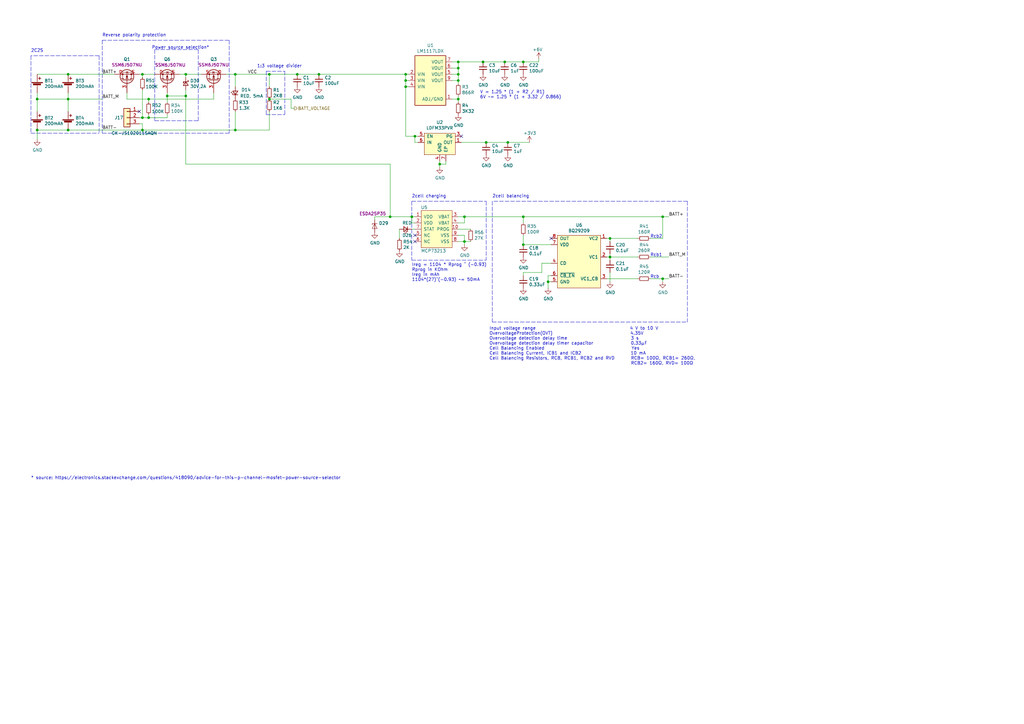
<source format=kicad_sch>
(kicad_sch (version 20211123) (generator eeschema)
  (paper "A3")
  (lib_symbols
    (symbol "Connector_Generic:Conn_01x03" (pin_names (offset 1.016) hide)
      (property "Reference" "J" (at 0 5.08 0))
      (property "Value" "Conn_01x03" (at 0 -5.08 0))
      (symbol "Conn_01x03_1_1"
        (rectangle (start -1.27 -2.413) (end 0 -2.667) (stroke (width 0.1524)))
        (rectangle (start -1.27 0.127) (end 0 -0.127) (stroke (width 0.1524)))
        (rectangle (start -1.27 2.667) (end 0 2.413) (stroke (width 0.1524)))
        (rectangle (start -1.27 3.81) (end 1.27 -3.81) (stroke (width 0.254)) (fill (type background)))
        (pin passive line (at -5.08 2.54 0) (length 3.81) (name "Pin_1") (number "1"))
        (pin passive line (at -5.08 0 0) (length 3.81) (name "Pin_2") (number "2"))
        (pin passive line (at -5.08 -2.54 0) (length 3.81) (name "Pin_3") (number "3"))
      )
    )
    (symbol "Device:Battery_Cell" (pin_numbers hide) (pin_names (offset 0) hide)
      (property "Reference" "BT" (at 2.54 2.54 0))
      (property "Value" "Battery_Cell" (at 2.54 0 0))
      (symbol "Battery_Cell_0_1"
        (rectangle (start -2.286 1.778) (end 2.286 1.524) (fill (type outline)))
        (rectangle (start -1.5748 1.1938) (end 1.4732 0.6858) (fill (type outline)))
        (polyline (pts (xy 0 0.762) (xy 0 0)))
        (polyline (pts (xy 0 1.778) (xy 0 2.54)))
        (polyline (pts (xy 0.508 3.429) (xy 1.524 3.429)) (stroke (width 0.254)))
        (polyline (pts (xy 1.016 3.937) (xy 1.016 2.921)) (stroke (width 0.254)))
      )
      (symbol "Battery_Cell_1_1"
        (pin passive line (at 0 5.08 270) (length 2.54) (name "+") (number "1"))
        (pin passive line (at 0 -2.54 90) (length 2.54) (name "-") (number "2"))
      )
    )
    (symbol "Device:C_Small" (pin_numbers hide) (pin_names (offset 0.254) hide)
      (property "Reference" "C" (at 0.254 1.778 0))
      (property "Value" "C_Small" (at 0.254 -2.032 0))
      (symbol "C_Small_0_1"
        (polyline (pts (xy -1.524 -0.508) (xy 1.524 -0.508)) (stroke (width 0.3302)))
        (polyline (pts (xy -1.524 0.508) (xy 1.524 0.508)) (stroke (width 0.3048)))
      )
      (symbol "C_Small_1_1"
        (pin passive line (at 0 2.54 270) (length 2.032) (name "~") (number "1"))
        (pin passive line (at 0 -2.54 90) (length 2.032) (name "~") (number "2"))
      )
    )
    (symbol "Device:D_Schottky_Small" (pin_numbers hide) (pin_names (offset 0.254) hide)
      (property "Reference" "D" (at -1.27 2.032 0))
      (property "Value" "D_Schottky_Small" (at -7.112 -2.032 0))
      (symbol "D_Schottky_Small_0_1"
        (polyline (pts (xy -0.762 0) (xy 0.762 0)))
        (polyline (pts (xy 0.762 -1.016) (xy -0.762 0) (xy 0.762 1.016) (xy 0.762 -1.016)) (stroke (width 0.254)))
        (polyline (pts (xy -1.27 0.762) (xy -1.27 1.016) (xy -0.762 1.016) (xy -0.762 -1.016) (xy -0.254 -1.016) (xy -0.254 -0.762)) (stroke (width 0.254)))
      )
      (symbol "D_Schottky_Small_1_1"
        (pin passive line (at -2.54 0 0) (length 1.778) (name "K") (number "1"))
        (pin passive line (at 2.54 0 180) (length 1.778) (name "A") (number "2"))
      )
    )
    (symbol "Device:LED_Small" (pin_numbers hide) (pin_names (offset 0.254) hide)
      (property "Reference" "D" (at -1.27 3.175 0))
      (property "Value" "LED_Small" (at -4.445 -2.54 0))
      (symbol "LED_Small_0_1"
        (polyline (pts (xy -0.762 -1.016) (xy -0.762 1.016)) (stroke (width 0.254)))
        (polyline (pts (xy 1.016 0) (xy -0.762 0)))
        (polyline (pts (xy 0.762 -1.016) (xy -0.762 0) (xy 0.762 1.016) (xy 0.762 -1.016)) (stroke (width 0.254)))
        (polyline (pts (xy 0 0.762) (xy -0.508 1.27) (xy -0.254 1.27) (xy -0.508 1.27) (xy -0.508 1.016)))
        (polyline (pts (xy 0.508 1.27) (xy 0 1.778) (xy 0.254 1.778) (xy 0 1.778) (xy 0 1.524)))
      )
      (symbol "LED_Small_1_1"
        (pin passive line (at -2.54 0 0) (length 1.778) (name "K") (number "1"))
        (pin passive line (at 2.54 0 180) (length 1.778) (name "A") (number "2"))
      )
    )
    (symbol "Device:R_Small" (pin_numbers hide) (pin_names (offset 0.254) hide)
      (property "Reference" "R" (at 0.762 0.508 0))
      (property "Value" "R_Small" (at 0.762 -1.016 0))
      (symbol "R_Small_0_1"
        (rectangle (start -0.762 1.778) (end 0.762 -1.778) (stroke (width 0.2032)))
      )
      (symbol "R_Small_1_1"
        (pin passive line (at 0 2.54 270) (length 0.762) (name "~") (number "1"))
        (pin passive line (at 0 -2.54 90) (length 0.762) (name "~") (number "2"))
      )
    )
    (symbol "LM1117:LM1117LDX" (pin_names (offset 1.016))
      (property "Reference" "U" (at 0 16.51 0))
      (property "Value" "LM1117LDX" (at 0 13.97 0))
      (symbol "LM1117LDX_0_1"
        (rectangle (start 6.35 12.7) (end -6.35 -7.62) (stroke (width 0.254)) (fill (type background)))
      )
      (symbol "LM1117LDX_1_1"
        (pin passive line (at 8.89 -5.08 180) (length 2.54) (name "ADJ/GND") (number "1"))
        (pin passive line (at -8.89 5.08 0) (length 2.54) (name "VIN") (number "2"))
        (pin passive line (at -8.89 2.54 0) (length 2.54) (name "VIN") (number "3"))
        (pin passive line (at -8.89 0 0) (length 2.54) (name "VIN") (number "4"))
        (pin passive line (at 8.89 5.08 180) (length 2.54) (name "VOUT") (number "5"))
        (pin passive line (at 8.89 7.62 180) (length 2.54) (name "VOUT") (number "6"))
        (pin power_out line (at 8.89 10.16 180) (length 2.54) (name "VOUT") (number "7"))
        (pin passive line (at 8.89 2.54 180) (length 2.54) (name "VOUT") (number "9"))
      )
    )
    (symbol "power:+3V3" (power) (pin_names (offset 0))
      (property "Value" "+3V3" (at 0 3.556 0))
      (symbol "+3V3_0_1"
        (polyline (pts (xy -0.762 1.27) (xy 0 2.54)))
        (polyline (pts (xy 0 0) (xy 0 2.54)))
        (polyline (pts (xy 0 2.54) (xy 0.762 1.27)))
      )
      (symbol "+3V3_1_1"
        (pin power_in line (at 0 0 90) (length 0) hide (name "+3V3") (number "1"))
      )
    )
    (symbol "power:+6V" (power) (pin_names (offset 0))
      (property "Value" "+6V" (at 0 3.556 0))
      (symbol "+6V_0_1"
        (polyline (pts (xy -0.762 1.27) (xy 0 2.54)))
        (polyline (pts (xy 0 0) (xy 0 2.54)))
        (polyline (pts (xy 0 2.54) (xy 0.762 1.27)))
      )
      (symbol "+6V_1_1"
        (pin power_in line (at 0 0 90) (length 0) hide (name "+6V") (number "1"))
      )
    )
    (symbol "power:GND" (power) (pin_names (offset 0))
      (property "Value" "GND" (at 0 -3.81 0))
      (symbol "GND_0_1"
        (polyline (pts (xy 0 0) (xy 0 -1.27) (xy 1.27 -1.27) (xy 0 -2.54) (xy -1.27 -1.27) (xy 0 -1.27)))
      )
      (symbol "GND_1_1"
        (pin power_in line (at 0 0 270) (length 0) hide (name "GND") (number "1"))
      )
    )
    (symbol "synermycha-electronics:BQ29209" (pin_names (offset 1.016))
      (property "Reference" "U" (at 0 10.16 0))
      (property "Value" "BQ29209" (at 0 7.62 0))
      (symbol "BQ29209_0_1"
        (rectangle (start -8.89 6.35) (end 8.89 -15.24) (fill (type background)))
      )
      (symbol "BQ29209_1_1"
        (pin input line (at -11.43 5.08 0) (length 2.54) (name "VC2") (number "1"))
        (pin input line (at -11.43 -2.54 0) (length 2.54) (name "VC1") (number "2"))
        (pin input line (at -11.43 -11.43 0) (length 2.54) (name "VC1_CB") (number "3"))
        (pin input line (at 11.43 -5.08 180) (length 2.54) (name "CD") (number "4"))
        (pin input line (at 11.43 -12.7 180) (length 2.54) (name "GND") (number "5"))
        (pin input line (at 11.43 -10.16 180) (length 2.54) (name "~{CB_EN}") (number "6"))
        (pin input line (at 11.43 2.54 180) (length 2.54) (name "VDD") (number "7"))
        (pin input line (at 11.43 5.08 180) (length 2.54) (name "OUT") (number "8"))
        (pin input line (at 0 -17.78 90) (length 2.54) hide (name "GND") (number "9"))
      )
    )
    (symbol "synermycha-electronics:ESDA25P35" (pin_numbers hide) (pin_names hide)
      (property "Reference" "D" (at 0 2.54 0))
      (property "MPN" "ESDA25P35" (at 0 -2.54 0))
      (symbol "ESDA25P35_0_1"
        (polyline (pts (xy -1.016 0) (xy 1.016 0)))
        (polyline (pts (xy -1.016 1.016) (xy -1.016 -1.016) (xy -0.508 -1.016)))
        (polyline (pts (xy 1.016 1.016) (xy -1.016 0) (xy 1.016 -1.016) (xy 1.016 1.016)))
      )
      (symbol "ESDA25P35_1_1"
        (pin passive line (at -2.54 0 0) (length 2.54) (name "K1") (number "1"))
        (pin passive line (at 2.54 0 180) (length 2.54) (name "A") (number "2"))
      )
    )
    (symbol "synermycha-electronics:LDFM33PVR" (pin_names (offset 1.016))
      (property "Reference" "U" (at -8.89 12.7 0))
      (property "Value" "LDFM33PVR" (at -5.08 10.16 0))
      (symbol "LDFM33PVR_0_1"
        (rectangle (start -6.35 3.81) (end 6.35 -5.08) (fill (type background)))
      )
      (symbol "LDFM33PVR_1_1"
        (pin output line (at 8.89 0 180) (length 2.54) (name "OUT") (number "1"))
        (pin input line (at 8.89 2.54 180) (length 2.54) (name "PG") (number "3"))
        (pin input line (at 0 -7.62 90) (length 2.54) (name "GND") (number "4"))
        (pin input line (at -8.89 2.54 0) (length 2.54) (name "EN") (number "5"))
        (pin input line (at -8.89 0 0) (length 2.54) (name "IN") (number "6"))
        (pin input line (at 2.54 -7.62 90) (length 2.54) (name "EP") (number "7"))
      )
    )
    (symbol "synermycha-electronics:MCP73213" (pin_names (offset 1.016))
      (property "Reference" "U" (at -6.35 8.89 0))
      (property "Value" "MCP73213" (at -1.27 -8.89 0))
      (symbol "MCP73213_0_1"
        (rectangle (start -6.35 7.62) (end 6.35 -7.62) (fill (type background)))
      )
      (symbol "MCP73213_1_1"
        (pin input line (at -8.89 5.08 0) (length 2.54) (name "VDD") (number "1"))
        (pin input line (at 8.89 0 180) (length 2.54) (name "PROG") (number "10"))
        (pin input line (at -8.89 2.54 0) (length 2.54) (name "VDD") (number "2"))
        (pin input line (at 8.89 5.08 180) (length 2.54) (name "VBAT") (number "3"))
        (pin input line (at 8.89 2.54 180) (length 2.54) (name "VBAT") (number "4"))
        (pin input line (at -8.89 -2.54 0) (length 2.54) (name "NC") (number "5"))
        (pin input line (at -8.89 -5.08 0) (length 2.54) (name "NC") (number "6"))
        (pin input line (at -8.89 0 0) (length 2.54) (name "STAT") (number "7"))
        (pin input line (at 8.89 -5.08 180) (length 2.54) (name "VSS") (number "8"))
        (pin input line (at 8.89 -2.54 180) (length 2.54) (name "VSS") (number "9"))
      )
    )
    (symbol "synermycha-electronics:SSM6J507NU" (pin_names (offset 0) hide)
      (property "Reference" "Q" (at 5.08 1.27 0))
      (property "MPN" "SSM6J507NU" (at 11.43 -1.27 0))
      (symbol "SSM6J507NU_0_0"
        (pin passive line (at 2.54 5.08 270) (length 5.08) hide (name "D") (number "1"))
        (pin passive line (at 2.54 5.08 270) (length 5.08) hide (name "D") (number "2"))
        (pin passive line (at 2.54 5.08 270) (length 5.08) hide (name "D") (number "6"))
        (pin passive line (at 2.54 5.08 270) (length 5.08) (name "D") (number "D"))
        (pin passive line (at 2.54 -5.08 90) (length 5.08) (name "S") (number "S"))
      )
      (symbol "SSM6J507NU_0_1"
        (polyline (pts (xy 0.0508 0) (xy 0.254 0)))
        (polyline (pts (xy 0.762 -1.778) (xy 2.54 -1.778)))
        (polyline (pts (xy 0.762 -1.27) (xy 0.762 -2.286)) (stroke (width 0.254)))
        (polyline (pts (xy 0.762 0) (xy 2.54 0)))
        (polyline (pts (xy 0.762 0.508) (xy 0.762 -0.508)) (stroke (width 0.254)))
        (polyline (pts (xy 0.762 1.778) (xy 2.54 1.778)))
        (polyline (pts (xy 0.762 2.286) (xy 0.762 1.27)) (stroke (width 0.254)))
        (polyline (pts (xy 2.54 -1.778) (xy 2.54 -2.54)))
        (polyline (pts (xy 2.54 -1.778) (xy 2.54 0)))
        (polyline (pts (xy 2.54 2.54) (xy 2.54 1.778)))
        (polyline (pts (xy 0.254 1.905) (xy 0.254 -1.905) (xy 0.254 -1.905)) (stroke (width 0.254)))
        (polyline (pts (xy 2.286 0) (xy 1.27 -0.381) (xy 1.27 0.381) (xy 2.286 0)) (fill (type outline)))
        (polyline (pts (xy 2.54 -1.778) (xy 3.302 -1.778) (xy 3.302 1.778) (xy 2.54 1.778)))
        (polyline (pts (xy 2.794 -0.508) (xy 2.921 -0.381) (xy 3.683 -0.381) (xy 3.81 -0.254)))
        (polyline (pts (xy 3.302 -0.381) (xy 2.921 0.254) (xy 3.683 0.254) (xy 3.302 -0.381)))
        (circle (center 1.651 0) (radius 2.8194) (stroke (width 0.254)))
        (circle (center 2.54 -1.778) (radius 0.2794) (fill (type outline)))
        (circle (center 2.54 1.778) (radius 0.2794) (fill (type outline)))
      )
      (symbol "SSM6J507NU_1_1"
        (pin input line (at -5.08 0 0) (length 5.08) (name "G") (number "3"))
        (pin passive line (at 2.54 -5.08 90) (length 2.54) hide (name "S") (number "4"))
        (pin passive line (at 2.54 5.08 270) (length 2.54) hide (name "D") (number "5"))
      )
    )
  )
  (junction (at 190.5 88.9))
  (junction (at 96.52 53.34))
  (junction (at 15.24 53.34))
  (junction (at 224.79 115.57))
  (junction (at 27.94 53.34))
  (junction (at 130.81 30.48))
  (junction (at 166.37 30.48))
  (junction (at 110.49 40.64))
  (junction (at 121.92 30.48))
  (junction (at 214.63 100.33))
  (junction (at 58.42 48.26))
  (junction (at 187.96 25.4))
  (junction (at 250.19 105.41))
  (junction (at 110.49 30.48))
  (junction (at 76.2 30.48))
  (junction (at 187.96 30.48))
  (junction (at 60.96 40.64))
  (junction (at 198.12 25.4))
  (junction (at 207.01 25.4))
  (junction (at 166.37 33.02))
  (junction (at 27.94 30.48))
  (junction (at 15.24 40.64))
  (junction (at 187.96 33.02))
  (junction (at 58.42 30.48))
  (junction (at 168.91 88.9))
  (junction (at 214.63 25.4))
  (junction (at 96.52 30.48))
  (junction (at 271.78 88.9))
  (junction (at 60.96 48.26))
  (junction (at 58.42 53.34))
  (junction (at 68.58 39.37))
  (junction (at 250.19 97.79))
  (junction (at 160.02 88.9))
  (junction (at 166.37 35.56))
  (junction (at 208.28 58.42))
  (junction (at 271.78 114.3))
  (junction (at 199.39 58.42))
  (junction (at 76.2 39.37))
  (junction (at 187.96 40.64))
  (junction (at 187.96 27.94))
  (junction (at 214.63 88.9))
  (junction (at 180.34 67.31))
  (junction (at 27.94 40.64))
  (junction (at 190.5 99.06))
  (junction (at 170.18 55.88))
  (no_connect (at 170.18 99.06))
  (no_connect (at 226.06 97.79))
  (no_connect (at 189.23 55.88))
  (no_connect (at 57.15 45.72))
  (no_connect (at 170.18 96.52))
  (wire (pts (xy 92.71 30.48) (xy 96.52 30.48)))
  (wire (pts (xy 58.42 53.34) (xy 96.52 53.34)))
  (wire (pts (xy 121.92 30.48) (xy 130.81 30.48)))
  (wire (pts (xy 180.34 66.04) (xy 180.34 67.31)))
  (wire (pts (xy 58.42 50.8) (xy 58.42 53.34)))
  (wire (pts (xy 190.5 88.9) (xy 214.63 88.9)))
  (polyline (pts (xy 40.64 22.86) (xy 40.64 54.61)))
  (polyline (pts (xy 12.7 54.61) (xy 40.64 54.61)))
  (polyline (pts (xy 201.93 132.08) (xy 281.94 132.08)))
  (wire (pts (xy 110.49 35.56) (xy 110.49 30.48)))
  (wire (pts (xy 222.25 111.76) (xy 222.25 107.95)))
  (wire (pts (xy 266.7 97.79) (xy 271.78 97.79)))
  (wire (pts (xy 27.94 40.64) (xy 27.94 38.1)))
  (wire (pts (xy 52.07 40.64) (xy 60.96 40.64)))
  (wire (pts (xy 248.92 97.79) (xy 250.19 97.79)))
  (wire (pts (xy 15.24 30.48) (xy 27.94 30.48)))
  (polyline (pts (xy 201.93 82.55) (xy 201.93 132.08)))
  (wire (pts (xy 110.49 30.48) (xy 121.92 30.48)))
  (wire (pts (xy 250.19 105.41) (xy 250.19 106.68)))
  (wire (pts (xy 214.63 88.9) (xy 271.78 88.9)))
  (wire (pts (xy 166.37 35.56) (xy 166.37 55.88)))
  (wire (pts (xy 76.2 39.37) (xy 76.2 67.31)))
  (wire (pts (xy 52.07 38.1) (xy 52.07 40.64)))
  (wire (pts (xy 58.42 36.83) (xy 58.42 48.26)))
  (wire (pts (xy 170.18 55.88) (xy 166.37 55.88)))
  (wire (pts (xy 119.38 44.45) (xy 120.65 44.45)))
  (wire (pts (xy 171.45 55.88) (xy 170.18 55.88)))
  (wire (pts (xy 171.45 58.42) (xy 170.18 58.42)))
  (polyline (pts (xy 109.22 29.21) (xy 109.22 46.99)))
  (wire (pts (xy 208.28 58.42) (xy 217.17 58.42)))
  (wire (pts (xy 96.52 30.48) (xy 110.49 30.48)))
  (wire (pts (xy 166.37 30.48) (xy 166.37 33.02)))
  (wire (pts (xy 60.96 41.91) (xy 60.96 40.64)))
  (wire (pts (xy 190.5 99.06) (xy 187.96 99.06)))
  (polyline (pts (xy 168.91 82.55) (xy 199.39 82.55)))
  (wire (pts (xy 110.49 45.72) (xy 110.49 53.34)))
  (polyline (pts (xy 63.5 49.53) (xy 81.28 49.53)))
  (wire (pts (xy 166.37 30.48) (xy 167.64 30.48)))
  (wire (pts (xy 68.58 46.99) (xy 68.58 48.26)))
  (wire (pts (xy 60.96 40.64) (xy 87.63 40.64)))
  (wire (pts (xy 187.96 25.4) (xy 198.12 25.4)))
  (polyline (pts (xy 41.91 16.51) (xy 93.98 16.51)))
  (wire (pts (xy 58.42 48.26) (xy 57.15 48.26)))
  (wire (pts (xy 187.96 33.02) (xy 187.96 34.29)))
  (wire (pts (xy 180.34 67.31) (xy 180.34 68.58)))
  (wire (pts (xy 226.06 115.57) (xy 224.79 115.57)))
  (wire (pts (xy 58.42 48.26) (xy 60.96 48.26)))
  (wire (pts (xy 68.58 39.37) (xy 68.58 38.1)))
  (polyline (pts (xy 41.91 16.51) (xy 41.91 54.61)))
  (polyline (pts (xy 81.28 49.53) (xy 81.28 20.32)))
  (polyline (pts (xy 281.94 82.55) (xy 281.94 132.08)))
  (wire (pts (xy 15.24 57.15) (xy 15.24 53.34)))
  (wire (pts (xy 185.42 40.64) (xy 187.96 40.64)))
  (wire (pts (xy 130.81 30.48) (xy 166.37 30.48)))
  (wire (pts (xy 250.19 97.79) (xy 261.62 97.79)))
  (polyline (pts (xy 109.22 29.21) (xy 116.84 29.21)))
  (wire (pts (xy 185.42 27.94) (xy 187.96 27.94)))
  (wire (pts (xy 250.19 99.06) (xy 250.19 97.79)))
  (wire (pts (xy 58.42 30.48) (xy 63.5 30.48)))
  (wire (pts (xy 190.5 96.52) (xy 190.5 99.06)))
  (wire (pts (xy 214.63 91.44) (xy 214.63 88.9)))
  (wire (pts (xy 57.15 50.8) (xy 58.42 50.8)))
  (wire (pts (xy 266.7 114.3) (xy 271.78 114.3)))
  (wire (pts (xy 160.02 88.9) (xy 168.91 88.9)))
  (wire (pts (xy 187.96 25.4) (xy 185.42 25.4)))
  (wire (pts (xy 15.24 53.34) (xy 27.94 53.34)))
  (wire (pts (xy 96.52 35.56) (xy 96.52 30.48)))
  (wire (pts (xy 187.96 96.52) (xy 190.5 96.52)))
  (wire (pts (xy 187.96 27.94) (xy 187.96 25.4)))
  (wire (pts (xy 15.24 38.1) (xy 15.24 40.64)))
  (wire (pts (xy 119.38 40.64) (xy 119.38 44.45)))
  (wire (pts (xy 76.2 36.83) (xy 76.2 39.37)))
  (wire (pts (xy 168.91 88.9) (xy 170.18 88.9)))
  (wire (pts (xy 27.94 53.34) (xy 58.42 53.34)))
  (wire (pts (xy 266.7 105.41) (xy 274.32 105.41)))
  (wire (pts (xy 163.83 97.79) (xy 163.83 93.98)))
  (polyline (pts (xy 81.28 20.32) (xy 63.5 20.32)))
  (wire (pts (xy 27.94 40.64) (xy 15.24 40.64)))
  (wire (pts (xy 248.92 105.41) (xy 250.19 105.41)))
  (wire (pts (xy 185.42 33.02) (xy 187.96 33.02)))
  (wire (pts (xy 271.78 88.9) (xy 274.32 88.9)))
  (wire (pts (xy 153.67 88.9) (xy 160.02 88.9)))
  (wire (pts (xy 73.66 30.48) (xy 76.2 30.48)))
  (polyline (pts (xy 109.22 46.99) (xy 116.84 46.99)))
  (wire (pts (xy 271.78 114.3) (xy 274.32 114.3)))
  (wire (pts (xy 187.96 40.64) (xy 187.96 39.37)))
  (wire (pts (xy 187.96 40.64) (xy 187.96 41.91)))
  (polyline (pts (xy 281.94 82.55) (xy 201.93 82.55)))
  (polyline (pts (xy 93.98 54.61) (xy 41.91 54.61)))
  (wire (pts (xy 261.62 105.41) (xy 250.19 105.41)))
  (wire (pts (xy 15.24 40.64) (xy 15.24 45.72)))
  (wire (pts (xy 170.18 91.44) (xy 168.91 91.44)))
  (wire (pts (xy 167.64 33.02) (xy 166.37 33.02)))
  (wire (pts (xy 214.63 100.33) (xy 226.06 100.33)))
  (wire (pts (xy 190.5 91.44) (xy 190.5 88.9)))
  (wire (pts (xy 185.42 30.48) (xy 187.96 30.48)))
  (wire (pts (xy 170.18 58.42) (xy 170.18 55.88)))
  (wire (pts (xy 168.91 91.44) (xy 168.91 88.9)))
  (wire (pts (xy 199.39 58.42) (xy 208.28 58.42)))
  (wire (pts (xy 224.79 115.57) (xy 224.79 118.11)))
  (polyline (pts (xy 199.39 82.55) (xy 199.39 106.68)))
  (polyline (pts (xy 116.84 29.21) (xy 116.84 46.99)))
  (wire (pts (xy 57.15 30.48) (xy 58.42 30.48)))
  (polyline (pts (xy 93.98 16.51) (xy 93.98 54.61)))
  (wire (pts (xy 214.63 111.76) (xy 222.25 111.76)))
  (wire (pts (xy 250.19 115.57) (xy 250.19 111.76)))
  (wire (pts (xy 190.5 88.9) (xy 187.96 88.9)))
  (polyline (pts (xy 168.91 106.68) (xy 199.39 106.68)))
  (wire (pts (xy 271.78 114.3) (xy 271.78 115.57)))
  (wire (pts (xy 187.96 33.02) (xy 187.96 30.48)))
  (wire (pts (xy 248.92 114.3) (xy 261.62 114.3)))
  (wire (pts (xy 68.58 39.37) (xy 76.2 39.37)))
  (wire (pts (xy 182.88 67.31) (xy 182.88 66.04)))
  (wire (pts (xy 250.19 105.41) (xy 250.19 104.14)))
  (wire (pts (xy 214.63 25.4) (xy 220.98 25.4)))
  (polyline (pts (xy 168.91 82.55) (xy 168.91 106.68)))
  (wire (pts (xy 58.42 30.48) (xy 58.42 31.75)))
  (wire (pts (xy 96.52 45.72) (xy 96.52 53.34)))
  (wire (pts (xy 224.79 113.03) (xy 224.79 115.57)))
  (wire (pts (xy 68.58 48.26) (xy 60.96 48.26)))
  (wire (pts (xy 193.04 99.06) (xy 190.5 99.06)))
  (wire (pts (xy 214.63 100.33) (xy 214.63 96.52)))
  (polyline (pts (xy 63.5 20.32) (xy 63.5 49.53)))
  (wire (pts (xy 168.91 93.98) (xy 170.18 93.98)))
  (wire (pts (xy 187.96 30.48) (xy 187.96 27.94)))
  (wire (pts (xy 198.12 25.4) (xy 207.01 25.4)))
  (wire (pts (xy 271.78 97.79) (xy 271.78 88.9)))
  (wire (pts (xy 226.06 113.03) (xy 224.79 113.03)))
  (wire (pts (xy 167.64 35.56) (xy 166.37 35.56)))
  (wire (pts (xy 110.49 40.64) (xy 119.38 40.64)))
  (wire (pts (xy 60.96 48.26) (xy 60.96 46.99)))
  (wire (pts (xy 96.52 53.34) (xy 110.49 53.34)))
  (wire (pts (xy 207.01 25.4) (xy 214.63 25.4)))
  (wire (pts (xy 190.5 99.06) (xy 190.5 100.33)))
  (wire (pts (xy 153.67 88.9) (xy 153.67 90.17)))
  (wire (pts (xy 76.2 30.48) (xy 82.55 30.48)))
  (wire (pts (xy 189.23 58.42) (xy 199.39 58.42)))
  (wire (pts (xy 193.04 93.98) (xy 187.96 93.98)))
  (wire (pts (xy 76.2 30.48) (xy 76.2 31.75)))
  (wire (pts (xy 222.25 107.95) (xy 226.06 107.95)))
  (wire (pts (xy 166.37 33.02) (xy 166.37 35.56)))
  (wire (pts (xy 87.63 40.64) (xy 87.63 38.1)))
  (wire (pts (xy 180.34 67.31) (xy 182.88 67.31)))
  (polyline (pts (xy 40.64 22.86) (xy 12.7 22.86)))
  (wire (pts (xy 68.58 41.91) (xy 68.58 39.37)))
  (polyline (pts (xy 12.7 22.86) (xy 12.7 54.61)))
  (wire (pts (xy 27.94 30.48) (xy 46.99 30.48)))
  (wire (pts (xy 27.94 40.64) (xy 41.91 40.64)))
  (wire (pts (xy 187.96 91.44) (xy 190.5 91.44)))
  (wire (pts (xy 76.2 67.31) (xy 160.02 67.31)))
  (wire (pts (xy 220.98 24.13) (xy 220.98 25.4)))
  (wire (pts (xy 160.02 88.9) (xy 160.02 67.31)))
  (wire (pts (xy 27.94 40.64) (xy 27.94 45.72)))
  (wire (pts (xy 214.63 113.03) (xy 214.63 111.76)))
  (text "2cell charging " (at 168.91 81.28 0) (effects (font (size 1.27 1.27)) (justify left bottom)))
  (text "2cell balancing" (at 201.93 81.28 0) (effects (font (size 1.27 1.27)) (justify left bottom)))
  (text "Ireg = 1104 * Rprog ^ (-0.93)\nRprog in KOhm\nIreg in mAh\n1104*(27)^(-0.93) ~= 50mA" (at 168.91 115.57 0) (effects (font (size 1.27 1.27)) (justify left bottom)))
  (text "Rcb\n" (at 266.7 114.3 0) (effects (font (size 1.27 1.27)) (justify left bottom)))
  (text "Rcb2" (at 266.7 97.79 0) (effects (font (size 1.27 1.27)) (justify left bottom)))
  (text "V = 1.25 * (1 + R2 / R1) \n6V ~= 1.25 * (1 + 3.32 / 0.866) " (at 196.85 40.64 0) (effects (font (size 1.27 1.27)) (justify left bottom)))
  (text "Input voltage range                                        4 V to 10 V\nOvervoltageProtection(OVT)                                 4.35V\nOvervoltage detection delay time                           3 s\nOvervoltage detection delay timer capacitor                0.33μF\nCell Balancing Enabled                                     Yes\nCell Balancing Current, ICB1 and ICB2                     10 mA\nCell Balancing Resistors, RCB, RCB1, RCB2 and RVD       RCB= 100Ω, RCB1= 260Ω, \n                                                            RCB2= 160Ω, RVD= 100Ω" (at 200.66 149.86 0) (effects (font (size 1.27 1.27)) (justify left bottom)))
  (text "1:3 voltage divider" (at 105.41 27.94 0) (effects (font (size 1.27 1.27)) (justify left bottom)))
  (text "2C2S" (at 12.7 21.59 0) (effects (font (size 1.27 1.27)) (justify left bottom)))
  (text "Power source selection*" (at 62.23 20.32 0) (effects (font (size 1.27 1.27)) (justify left bottom)))
  (text "Reverse polarity protection" (at 41.91 15.24 0) (effects (font (size 1.27 1.27)) (justify left bottom)))
  (text "Rcb1\n" (at 266.7 105.41 0) (effects (font (size 1.27 1.27)) (justify left bottom)))
  (text "* source: https://electronics.stackexchange.com/questions/418090/advice-for-this-p-channel-mosfet-power-source-selector" (at 12.7 196.85 0) (effects (font (size 1.27 1.27)) (justify left bottom)))
  (label "BATT+" (at 41.91 30.48 0))
  (label "BATT-" (at 41.91 53.34 0))
  (label "BATT+" (at 274.32 88.9 0))
  (label "BATT_M" (at 274.32 105.41 0))
  (label "VCC" (at 101.6 30.48 0))
  (label "BATT-" (at 274.32 114.3 0))
  (label "BATT_M" (at 41.91 40.64 0))
  (hierarchical_label "BATT_VOLTAGE" (shape output) (at 120.65 44.45 0))
  (symbol (lib_id "Device:R_Small") (at 60.96 44.45 0) (mirror x) (unit 1)
    (property "Reference" "R52" (at 62.23 43.18 0) (effects (justify left)))
    (property "Value" "100K" (at 62.23 45.72 0) (effects (justify left)))
    (property "Footprint" "Resistor_SMD:R_0402_1005Metric" (effects hide))
  )
  (symbol (lib_id "Device:C_Small") (at 214.63 27.94 0) (unit 1)
    (property "Reference" "C22" (at 216.9668 26.7716 0) (effects (justify left)))
    (property "Value" "100uF" (at 216.9668 29.083 0) (effects (justify left)))
    (property "Footprint" "Capacitor_SMD:C_0805_2012Metric" (effects hide))
  )
  (symbol (lib_id "power:GND") (at 214.63 30.48 0) (unit 1)
    (property "Reference" "#PWR0103" (effects hide))
    (property "Value" "GND" (at 214.757 34.8742 0))
  )
  (symbol (lib_id "Device:R_Small") (at 58.42 34.29 0) (mirror x) (unit 1)
    (property "Reference" "R51" (at 59.69 33.02 0) (effects (justify left)))
    (property "Value" "100K" (at 59.69 35.56 0) (effects (justify left)))
    (property "Footprint" "Resistor_SMD:R_0402_1005Metric" (effects hide))
  )
  (symbol (lib_id "Device:LED_Small") (at 96.52 38.1 90) (unit 1)
    (property "Reference" "D14" (at 102.87 36.83 90) (effects (justify left)))
    (property "Value" "RED, 5mA" (at 107.95 39.37 90) (effects (justify left)))
    (property "Footprint" "LED_SMD:LED_0402_1005Metric" (effects hide))
  )
  (symbol (lib_id "Device:R_Small") (at 96.52 43.18 0) (unit 1)
    (property "Reference" "R33" (at 98.0186 42.0116 0) (effects (justify left)))
    (property "Value" "1.3K" (at 98.0186 44.323 0) (effects (justify left)))
    (property "Footprint" "Resistor_SMD:R_0402_1005Metric" (effects hide))
  )
  (symbol (lib_id "Connector_Generic:Conn_01x03") (at 52.07 48.26 0) (mirror y) (unit 1)
    (property "Reference" "J17" (at 46.99 48.26 0) (effects (justify right)))
    (property "Value" "CK-JS102011SAQN" (at 45.72 54.61 0) (effects (justify right)))
    (property "Footprint" "Button_Switch_SMD:SW_SPDT_CK-JS102011SAQN" (effects hide))
  )
  (symbol (lib_id "LM1117:LM1117LDX") (at 176.53 35.56 0) (unit 1)
    (property "Reference" "U1" (at 176.53 18.6182 0))
    (property "Value" "LM1117LDX" (at 176.53 20.9296 0))
    (property "Footprint" "Package_SON:WSON-8_4x4mm_P0.8mm" (effects hide))
    (property "Datasheet" "http://www.ti.com/lit/ds/symlink/lm1117.pdf?HQS=TI-null-null-mousermode-df-pf-null-wwe&DCM=yes&ref_url=https%3A%2F%2Fpl.mouser.com%2F&distId=26" (effects hide))
  )
  (symbol (lib_id "Device:R_Small") (at 187.96 36.83 0) (unit 1)
    (property "Reference" "R3" (at 189.4586 35.6616 0) (effects (justify left)))
    (property "Value" "866R" (at 189.4586 37.973 0) (effects (justify left)))
    (property "Footprint" "Resistor_SMD:R_0402_1005Metric" (effects hide))
  )
  (symbol (lib_id "Device:R_Small") (at 187.96 44.45 0) (unit 1)
    (property "Reference" "R4" (at 189.4586 43.2816 0) (effects (justify left)))
    (property "Value" "3K32" (at 189.4586 45.593 0) (effects (justify left)))
    (property "Footprint" "Resistor_SMD:R_0402_1005Metric" (effects hide))
  )
  (symbol (lib_id "Device:R_Small") (at 110.49 38.1 0) (unit 1)
    (property "Reference" "R1" (at 111.9886 36.9316 0) (effects (justify left)))
    (property "Value" "2K8" (at 111.9886 39.243 0) (effects (justify left)))
    (property "Footprint" "Resistor_SMD:R_0402_1005Metric" (effects hide))
  )
  (symbol (lib_id "Device:R_Small") (at 110.49 43.18 0) (unit 1)
    (property "Reference" "R2" (at 111.9886 42.0116 0) (effects (justify left)))
    (property "Value" "1K6" (at 111.9886 44.323 0) (effects (justify left)))
    (property "Footprint" "Resistor_SMD:R_0402_1005Metric" (effects hide))
  )
  (symbol (lib_id "Device:C_Small") (at 198.12 27.94 0) (unit 1)
    (property "Reference" "C3" (at 200.4568 26.7716 0) (effects (justify left)))
    (property "Value" "10uF" (at 200.4568 29.083 0) (effects (justify left)))
    (property "Footprint" "Capacitor_SMD:C_0603_1608Metric" (effects hide))
  )
  (symbol (lib_id "Device:C_Small") (at 207.01 27.94 0) (unit 1)
    (property "Reference" "C6" (at 209.3468 26.7716 0) (effects (justify left)))
    (property "Value" "1uF" (at 209.3468 29.083 0) (effects (justify left)))
    (property "Footprint" "Capacitor_SMD:C_0402_1005Metric" (effects hide))
  )
  (symbol (lib_id "Device:C_Small") (at 121.92 33.02 0) (unit 1)
    (property "Reference" "C1" (at 124.2568 31.8516 0) (effects (justify left)))
    (property "Value" "10uF" (at 124.2568 34.163 0) (effects (justify left)))
    (property "Footprint" "Capacitor_SMD:C_0603_1608Metric" (effects hide))
  )
  (symbol (lib_id "Device:C_Small") (at 130.81 33.02 0) (unit 1)
    (property "Reference" "C2" (at 133.1468 31.8516 0) (effects (justify left)))
    (property "Value" "100uF" (at 133.1468 34.163 0) (effects (justify left)))
    (property "Footprint" "Capacitor_SMD:C_0805_2012Metric" (effects hide))
  )
  (symbol (lib_id "power:GND") (at 121.92 35.56 0) (unit 1)
    (property "Reference" "#PWR0107" (effects hide))
    (property "Value" "GND" (at 122.047 39.9542 0))
  )
  (symbol (lib_id "power:GND") (at 130.81 35.56 0) (unit 1)
    (property "Reference" "#PWR0106" (effects hide))
    (property "Value" "GND" (at 130.937 39.9542 0))
  )
  (symbol (lib_id "power:GND") (at 198.12 30.48 0) (unit 1)
    (property "Reference" "#PWR0101" (effects hide))
    (property "Value" "GND" (at 198.247 34.8742 0))
  )
  (symbol (lib_id "power:GND") (at 207.01 30.48 0) (unit 1)
    (property "Reference" "#PWR0104" (effects hide))
    (property "Value" "GND" (at 207.137 34.8742 0))
  )
  (symbol (lib_id "power:+6V") (at 220.98 24.13 0) (unit 1)
    (property "Reference" "#PWR0102" (effects hide))
    (property "Value" "+6V" (at 218.44 20.32 0) (effects (justify left)))
  )
  (symbol (lib_id "power:GND") (at 187.96 46.99 0) (unit 1)
    (property "Reference" "#PWR0117" (effects hide))
    (property "Value" "GND" (at 188.087 51.3842 0))
  )
  (symbol (lib_id "Device:C_Small") (at 199.39 60.96 0) (unit 1)
    (property "Reference" "C4" (at 201.7268 59.7916 0) (effects (justify left)))
    (property "Value" "10uF" (at 201.7268 62.103 0) (effects (justify left)))
    (property "Footprint" "Capacitor_SMD:C_0603_1608Metric" (effects hide))
  )
  (symbol (lib_id "Device:C_Small") (at 208.28 60.96 0) (unit 1)
    (property "Reference" "C7" (at 210.6168 59.7916 0) (effects (justify left)))
    (property "Value" "1uF" (at 210.6168 62.103 0) (effects (justify left)))
    (property "Footprint" "Capacitor_SMD:C_0402_1005Metric" (effects hide))
  )
  (symbol (lib_id "power:GND") (at 199.39 63.5 0) (unit 1)
    (property "Reference" "#PWR0112" (effects hide))
    (property "Value" "GND" (at 199.517 67.8942 0))
  )
  (symbol (lib_id "power:GND") (at 208.28 63.5 0) (unit 1)
    (property "Reference" "#PWR0110" (effects hide))
    (property "Value" "GND" (at 208.407 67.8942 0))
  )
  (symbol (lib_id "power:+3V3") (at 217.17 58.42 0) (unit 1)
    (property "Reference" "#PWR0111" (effects hide))
    (property "Value" "+3V3" (at 214.63 54.61 0) (effects (justify left)))
  )
  (symbol (lib_id "power:GND") (at 180.34 68.58 0) (unit 1)
    (property "Reference" "#PWR0116" (effects hide))
    (property "Value" "GND" (at 180.467 72.9742 0))
  )
  (symbol (lib_id "power:GND") (at 15.24 57.15 0) (unit 1)
    (property "Reference" "#PWR0126" (effects hide))
    (property "Value" "GND" (at 15.367 61.5442 0))
  )
  (symbol (lib_id "synermycha-electronics:MCP73213") (at 179.07 93.98 0) (unit 1)
    (property "Reference" "U5" (at 173.99 85.09 0))
    (property "Value" "MCP73213" (at 177.8 102.87 0))
    (property "Footprint" "Package_DFN_QFN:DFN-10-1EP_3x3mm_P0.5mm_EP1.55x2.48mm" (effects hide))
  )
  (symbol (lib_id "power:GND") (at 190.5 100.33 0) (unit 1)
    (property "Reference" "#PWR0114" (effects hide))
    (property "Value" "GND" (at 190.627 104.7242 0))
  )
  (symbol (lib_id "synermycha-electronics:LDFM33PVR") (at 180.34 58.42 0) (unit 1)
    (property "Reference" "U2" (at 180.34 50.165 0))
    (property "Value" "LDFM33PVR" (at 180.34 52.4764 0))
    (property "Footprint" "Package_DFN_QFN:DFN-6-1EP_2x2mm_P0.5mm_EP0.61x1.42mm" (effects hide))
  )
  (symbol (lib_id "Device:R_Small") (at 193.04 96.52 0) (unit 1)
    (property "Reference" "R56" (at 194.5386 95.3516 0) (effects (justify left)))
    (property "Value" "27K" (at 194.5386 97.663 0) (effects (justify left)))
    (property "Footprint" "Resistor_SMD:R_0402_1005Metric" (effects hide))
  )
  (symbol (lib_id "synermycha-electronics:SSM6J507NU") (at 68.58 33.02 90) (unit 1)
    (property "Reference" "Q6" (at 68.58 24.3078 90))
    (property "Value" "SSM6J507NU" (effects hide))
    (property "Footprint" "footprints:UDFN6B" (effects hide))
    (property "MPN" "SSM6J507NU" (at 69.85 26.67 90))
  )
  (symbol (lib_id "Device:D_Schottky_Small") (at 76.2 34.29 270) (unit 1)
    (property "Reference" "D30" (at 77.978 33.1216 90) (effects (justify left)))
    (property "Value" "30V,2A" (at 77.978 35.433 90) (effects (justify left)))
    (property "Footprint" "Diode_SMD:D_SOD-123F" (effects hide))
  )
  (symbol (lib_id "Device:R_Small") (at 68.58 44.45 0) (unit 1)
    (property "Reference" "R34" (at 70.0786 43.2816 0) (effects (justify left)))
    (property "Value" "100K" (at 70.0786 45.593 0) (effects (justify left)))
    (property "Footprint" "Resistor_SMD:R_0402_1005Metric" (effects hide))
  )
  (symbol (lib_id "synermycha-electronics:BQ29209") (at 237.49 102.87 0) (mirror y) (unit 1)
    (property "Reference" "U6" (at 237.49 92.329 0))
    (property "Value" "BQ29209" (at 237.49 94.6404 0))
    (property "Footprint" "Package_SON:HVSON-8-1EP_3x3mm_P0.65mm_EP1.6x2.4mm" (effects hide))
  )
  (symbol (lib_id "power:GND") (at 224.79 118.11 0) (unit 1)
    (property "Reference" "#PWR0119" (effects hide))
    (property "Value" "GND" (at 224.917 122.5042 0))
  )
  (symbol (lib_id "power:GND") (at 271.78 115.57 0) (unit 1)
    (property "Reference" "#PWR0105" (effects hide))
    (property "Value" "GND" (at 271.907 119.9642 0))
  )
  (symbol (lib_id "Device:R_Small") (at 214.63 93.98 0) (unit 1)
    (property "Reference" "R35" (at 216.1286 92.8116 0) (effects (justify left)))
    (property "Value" "100R" (at 216.1286 95.123 0) (effects (justify left)))
    (property "Footprint" "Resistor_SMD:R_0402_1005Metric" (effects hide))
  )
  (symbol (lib_id "Device:LED_Small") (at 166.37 93.98 180) (unit 1)
    (property "Reference" "D26" (at 168.91 96.52 0) (effects (justify left)))
    (property "Value" "RED" (at 168.91 91.44 0) (effects (justify left)))
    (property "Footprint" "LED_SMD:LED_0402_1005Metric" (effects hide))
  )
  (symbol (lib_id "Device:R_Small") (at 163.83 100.33 0) (unit 1)
    (property "Reference" "R54" (at 165.3286 99.1616 0) (effects (justify left)))
    (property "Value" "2K" (at 165.3286 101.473 0) (effects (justify left)))
    (property "Footprint" "Resistor_SMD:R_0402_1005Metric" (effects hide))
  )
  (symbol (lib_id "Device:R_Small") (at 264.16 105.41 270) (unit 1)
    (property "Reference" "R44" (at 264.16 100.4316 90))
    (property "Value" "260R" (at 264.16 102.743 90))
    (property "Footprint" "Resistor_SMD:R_0402_1005Metric" (effects hide))
  )
  (symbol (lib_id "power:GND") (at 163.83 102.87 0) (unit 1)
    (property "Reference" "#PWR0113" (effects hide))
    (property "Value" "GND" (at 163.957 107.2642 0))
  )
  (symbol (lib_id "Device:Battery_Cell") (at 15.24 50.8 0) (unit 1)
    (property "Reference" "BT2" (at 18.2372 48.3616 0) (effects (justify left)))
    (property "Value" "200mAh" (at 18.2372 50.673 0) (effects (justify left)))
    (property "Footprint" "Connector_PinHeader_1.27mm:PinHeader_1x02_P1.27mm_Vertical" (effects hide))
  )
  (symbol (lib_id "Device:Battery_Cell") (at 15.24 35.56 0) (unit 1)
    (property "Reference" "BT1" (at 18.2372 33.1216 0) (effects (justify left)))
    (property "Value" "200mAh" (at 18.2372 35.433 0) (effects (justify left)))
    (property "Footprint" "Connector_PinHeader_1.27mm:PinHeader_1x02_P1.27mm_Vertical" (effects hide))
  )
  (symbol (lib_id "Device:Battery_Cell") (at 27.94 50.8 0) (unit 1)
    (property "Reference" "BT4" (at 30.9372 48.3616 0) (effects (justify left)))
    (property "Value" "200mAh" (at 30.9372 50.673 0) (effects (justify left)))
    (property "Footprint" "Connector_PinHeader_1.27mm:PinHeader_1x02_P1.27mm_Vertical" (effects hide))
  )
  (symbol (lib_id "Device:Battery_Cell") (at 27.94 35.56 0) (unit 1)
    (property "Reference" "BT3" (at 30.9372 33.1216 0) (effects (justify left)))
    (property "Value" "200mAh" (at 30.9372 35.433 0) (effects (justify left)))
    (property "Footprint" "Connector_PinHeader_1.27mm:PinHeader_1x02_P1.27mm_Vertical" (effects hide))
  )
  (symbol (lib_id "Device:C_Small") (at 214.63 115.57 0) (unit 1)
    (property "Reference" "C19" (at 216.9668 114.4016 0) (effects (justify left)))
    (property "Value" "0.33uF" (at 216.9668 116.713 0) (effects (justify left)))
    (property "Footprint" "Capacitor_SMD:C_0402_1005Metric" (effects hide))
  )
  (symbol (lib_id "power:GND") (at 214.63 118.11 0) (unit 1)
    (property "Reference" "#PWR0118" (effects hide))
    (property "Value" "GND" (at 214.757 122.5042 0))
  )
  (symbol (lib_id "Device:C_Small") (at 250.19 101.6 0) (unit 1)
    (property "Reference" "C20" (at 252.5268 100.4316 0) (effects (justify left)))
    (property "Value" "0.1uF" (at 252.5268 102.743 0) (effects (justify left)))
    (property "Footprint" "Capacitor_SMD:C_0402_1005Metric" (effects hide))
  )
  (symbol (lib_id "Device:C_Small") (at 250.19 109.22 180) (unit 1)
    (property "Reference" "C21" (at 252.5268 108.0516 0) (effects (justify right)))
    (property "Value" "0.1uF" (at 252.5268 110.363 0) (effects (justify right)))
    (property "Footprint" "Capacitor_SMD:C_0402_1005Metric" (effects hide))
  )
  (symbol (lib_id "power:GND") (at 250.19 115.57 0) (unit 1)
    (property "Reference" "#PWR0120" (effects hide))
    (property "Value" "GND" (at 250.317 119.9642 0))
  )
  (symbol (lib_id "Device:R_Small") (at 264.16 114.3 270) (unit 1)
    (property "Reference" "R45" (at 264.16 109.3216 90))
    (property "Value" "120R" (at 264.16 111.633 90))
    (property "Footprint" "Resistor_SMD:R_0402_1005Metric" (effects hide))
  )
  (symbol (lib_id "Device:R_Small") (at 264.16 97.79 270) (unit 1)
    (property "Reference" "R41" (at 264.16 92.8116 90))
    (property "Value" "160R" (at 264.16 95.123 90))
    (property "Footprint" "Resistor_SMD:R_0402_1005Metric" (effects hide))
  )
  (symbol (lib_id "Device:C_Small") (at 214.63 102.87 0) (unit 1)
    (property "Reference" "C18" (at 216.9668 101.7016 0) (effects (justify left)))
    (property "Value" "0.1uF" (at 216.9668 104.013 0) (effects (justify left)))
    (property "Footprint" "Capacitor_SMD:C_0402_1005Metric" (effects hide))
  )
  (symbol (lib_id "power:GND") (at 214.63 105.41 0) (unit 1)
    (property "Reference" "#PWR0109" (effects hide))
    (property "Value" "GND" (at 214.757 109.8042 0))
  )
  (symbol (lib_id "power:GND") (at 153.67 95.25 0) (unit 1)
    (property "Reference" "#PWR0115" (effects hide))
    (property "Value" "GND" (at 153.797 99.6442 0))
  )
  (symbol (lib_id "synermycha-electronics:SSM6J507NU") (at 52.07 33.02 90) (unit 1)
    (property "Reference" "Q1" (at 52.07 24.3078 90))
    (property "Value" "SSM6J507NU" (effects hide))
    (property "Footprint" "footprints:UDFN6B" (effects hide))
    (property "MPN" "SSM6J507NU" (at 52.07 26.6192 90))
  )
  (symbol (lib_id "synermycha-electronics:SSM6J507NU") (at 87.63 33.02 270) (mirror x) (unit 1)
    (property "Reference" "Q3" (at 87.63 24.3078 90))
    (property "Value" "SSM6J507NU" (effects hide))
    (property "Footprint" "footprints:UDFN6B" (effects hide))
    (property "MPN" "SSM6J507NU" (at 87.63 26.6192 90))
  )
  (symbol (lib_id "synermycha-electronics:ESDA25P35") (at 153.67 92.71 270) (unit 1)
    (property "Reference" "D29" (at 155.3972 91.5416 90) (effects (justify left)))
    (property "Value" "ESDA25P35" (effects hide))
    (property "Footprint" "footprints:1610" (effects hide))
    (property "Datasheet" "https://assets.nexperia.com/documents/data-sheet/PESDXL4UF_G_W.pdf" (effects hide))
    (property "MPN" "ESDA25P35" (at 147.32 87.63 90) (effects (justify left)))
  )
)
</source>
